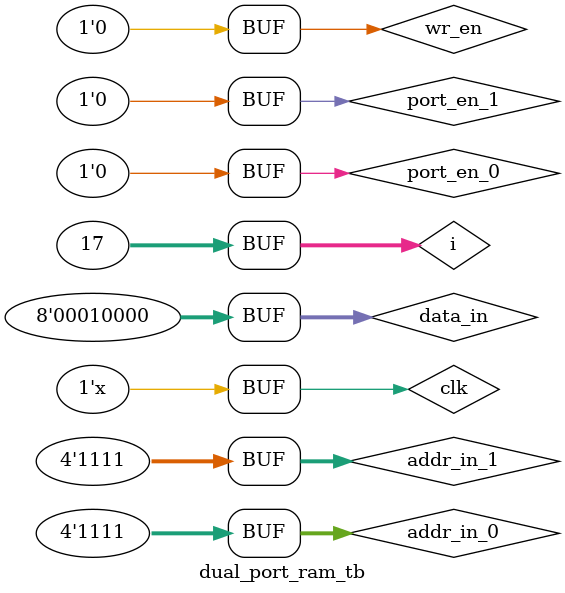
<source format=v>

module dual_port_ram 
    (   input clk, 		 //clock
        input wr_en,   		 //write enable for port 0
        input [7:0] data_in,     //Input data to port 0.
        input [3:0] addr_in_0,   //address for port 0
        input [3:0] addr_in_1,   //address for port 1
        input port_en_0,    	 //enable port 0.
        input port_en_1,    	 //enable port 1.
        output [7:0] data_out_0, //output data from port 0.
        output [7:0] data_out_1  //output data from port 1.
    );

//memory declaration.
reg [7:0] ram[0:15];

//writing to the RAM
always@(posedge clk)
begin
    if(port_en_0 == 1 && wr_en == 1)    // check enable signal and if write enable is ON
        ram[addr_in_0] <= data_in;
end

//always reading from the ram, irrespective of clock.
assign data_out_0 = port_en_0 ? ram[addr_in_0] : 'dZ;   
assign data_out_1 = port_en_1 ? ram[addr_in_1] : 'dZ;   

endmodule 


module dual_port_ram_tb;

    // Inputs
    reg clk;
    reg wr_en;
    reg [7:0] data_in;
    reg [3:0] addr_in_0;
    reg [3:0] addr_in_1;
    reg port_en_0;
    reg port_en_1;

    // Outputs
    wire [7:0] data_out_0;
    wire [7:0] data_out_1;
    
    integer i;

    // Instantiate the Unit Under Test (UUT)
    dual_port_ram uut (
        .clk(clk), 
        .wr_en(wr_en), 
        .data_in(data_in), 
        .addr_in_0(addr_in_0), 
        .addr_in_1(addr_in_1), 
        .port_en_0(port_en_0), 
        .port_en_1(port_en_1), 
        .data_out_0(data_out_0), 
        .data_out_1(data_out_1)
    );
    
    always
        #5 clk = ~clk;

    initial begin
        // Initialize Inputs
        clk = 1;
        addr_in_1 = 0;
        port_en_0 = 0;
        port_en_1 = 0;
        wr_en = 0;
        data_in = 0;
        addr_in_0 = 0;  
        #20;
        //Write all the locations of RAM
        port_en_0 = 1;  
        wr_en = 1;
      for(i=1; i <= 16; i = i + 1) begin
            data_in = i;
            addr_in_0 = i-1;
            #10;
        end
        wr_en = 0;
        port_en_0 = 0;  
        //Read from port 1, all the locations of RAM.
        port_en_1 = 1;  
        for(i=1; i <= 16; i = i + 1) begin
            addr_in_1 = i-1;
            #10;
        end
        port_en_1 = 0;
    end
      
endmodule

</source>
